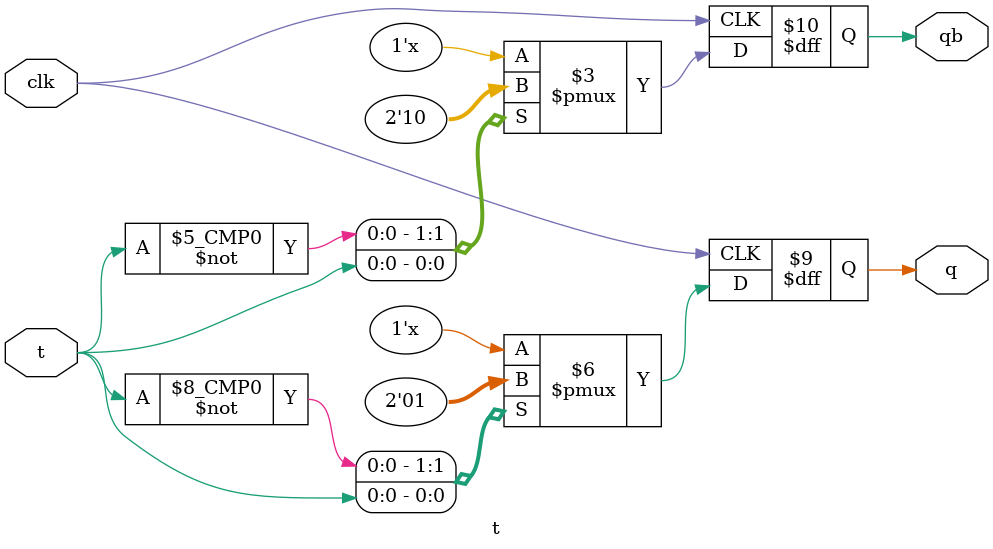
<source format=v>
`timescale 1ns / 1ps
module ttod(
    input d,
    output q,
    output qb,
    input clk
    );
	 t t1(d,q,qb,clk);
	 assign t=q^d;
endmodule
module t(input t,output reg q,output reg qb,input clk);
initial begin q=0;qb=1; end
always @(posedge clk)
begin
casex({t})
1'b0 : begin q=0;qb=1;end
1'b1 : begin q=1;qb=0;end 
endcase
end 
endmodule








</source>
